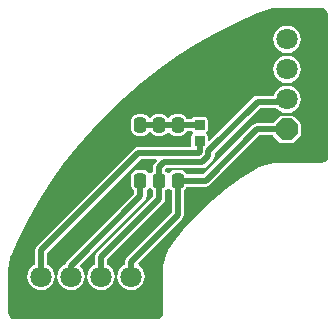
<source format=gbl>
G04 Layer_Physical_Order=2*
G04 Layer_Color=16711680*
%FSLAX44Y44*%
%MOMM*%
G71*
G01*
G75*
%ADD10R,0.8500X0.8500*%
G04:AMPARAMS|DCode=11|XSize=1.3mm|YSize=1mm|CornerRadius=0.25mm|HoleSize=0mm|Usage=FLASHONLY|Rotation=90.000|XOffset=0mm|YOffset=0mm|HoleType=Round|Shape=RoundedRectangle|*
%AMROUNDEDRECTD11*
21,1,1.3000,0.5000,0,0,90.0*
21,1,0.8000,1.0000,0,0,90.0*
1,1,0.5000,0.2500,0.4000*
1,1,0.5000,0.2500,-0.4000*
1,1,0.5000,-0.2500,-0.4000*
1,1,0.5000,-0.2500,0.4000*
%
%ADD11ROUNDEDRECTD11*%
%ADD12C,0.5000*%
%ADD13P,1.9483X8X112.5*%
%ADD14C,1.8000*%
G36*
X234500Y267583D02*
X267925D01*
X269133Y267553D01*
D01*
X270357Y267358D01*
X271841Y266743D01*
X273218Y265686D01*
X274275Y264309D01*
X274939Y262705D01*
X275086Y261595D01*
X275085Y260367D01*
X275085Y260367D01*
X275115Y259149D01*
X275115Y258768D01*
Y143545D01*
X275115Y142500D01*
X275126Y142296D01*
X275005Y141094D01*
X274753Y139824D01*
X273520Y137980D01*
X271676Y136747D01*
X269852Y136385D01*
X235000D01*
X234988Y136395D01*
X234987Y136404D01*
X228814Y135999D01*
X222593Y134762D01*
X217927Y133178D01*
X217788Y133150D01*
X217787Y133150D01*
X217686Y133130D01*
X217463Y132981D01*
X217305Y132899D01*
X216710Y132580D01*
X214014Y131139D01*
X201134Y123130D01*
X188806Y114296D01*
X177082Y104675D01*
X166013Y94307D01*
X155645Y83237D01*
X146024Y71514D01*
X139339Y62186D01*
X139366Y62167D01*
X138911Y61487D01*
X138884Y61350D01*
X138464Y60498D01*
X136596Y54996D01*
X135463Y49298D01*
X135083Y43500D01*
X135140Y42624D01*
X135115Y42500D01*
Y11045D01*
X135115Y10000D01*
X135126Y9796D01*
X135005Y8594D01*
X134753Y7324D01*
X133520Y5480D01*
X131676Y4247D01*
X129852Y3885D01*
X10000D01*
X9833Y3851D01*
X7634Y4289D01*
X5629Y5629D01*
X4289Y7634D01*
X3851Y9833D01*
X3885Y10000D01*
Y42337D01*
X3885Y43500D01*
X3883Y43596D01*
X3840Y44860D01*
X4263Y50239D01*
X5607Y55837D01*
X6608Y58255D01*
X7103Y59418D01*
X7103D01*
X7103Y59418D01*
X11522Y69388D01*
X20119Y86467D01*
X29543Y103104D01*
X39773Y119258D01*
X50783Y134891D01*
X62547Y149965D01*
X75036Y164443D01*
X88220Y178291D01*
X102069Y191476D01*
X116547Y203965D01*
X131621Y215728D01*
X147254Y226738D01*
X163408Y236968D01*
X180044Y246392D01*
X197124Y254989D01*
X214604Y262738D01*
X220074Y264848D01*
X220078Y264846D01*
X220078Y264846D01*
X222047Y265662D01*
X228267Y267155D01*
X234276Y267628D01*
X234500Y267583D01*
D02*
G37*
%LPC*%
G36*
X240000Y201640D02*
X236987Y201243D01*
X234180Y200080D01*
X231770Y198230D01*
X229920Y195820D01*
X228809Y193139D01*
X215128D01*
X213161Y192748D01*
X211494Y191634D01*
X174013Y154153D01*
X172840Y154639D01*
Y158750D01*
X172643Y159741D01*
X172081Y160581D01*
X171796Y160772D01*
Y162229D01*
X172081Y162419D01*
X172643Y163259D01*
X172840Y164250D01*
Y172750D01*
X172643Y173741D01*
X172081Y174581D01*
X171241Y175143D01*
X170250Y175340D01*
X161750D01*
X160759Y175143D01*
X159919Y174581D01*
X159357Y173741D01*
X159337Y173639D01*
X154862D01*
X154748Y174216D01*
X153634Y175884D01*
X151966Y176998D01*
X150000Y177389D01*
X145000D01*
X143034Y176998D01*
X141366Y175884D01*
X140283Y174263D01*
X139984Y174216D01*
X139266D01*
X138967Y174263D01*
X137884Y175884D01*
X136216Y176998D01*
X134250Y177389D01*
X129250D01*
X127283Y176998D01*
X125616Y175884D01*
X124533Y174263D01*
X124234Y174216D01*
X123516D01*
X123217Y174263D01*
X122134Y175884D01*
X120466Y176998D01*
X118500Y177389D01*
X113500D01*
X111533Y176998D01*
X109866Y175884D01*
X108752Y174216D01*
X108361Y172250D01*
Y164250D01*
X108752Y162283D01*
X109866Y160616D01*
X111533Y159502D01*
X113500Y159111D01*
X118500D01*
X120466Y159502D01*
X122134Y160616D01*
X123217Y162237D01*
X123516Y162283D01*
X124234D01*
X124533Y162237D01*
X125616Y160616D01*
X127283Y159502D01*
X129250Y159111D01*
X134250D01*
X136216Y159502D01*
X137884Y160616D01*
X138967Y162237D01*
X139266Y162283D01*
X139984D01*
X140283Y162237D01*
X141366Y160616D01*
X143034Y159502D01*
X145000Y159111D01*
X150000D01*
X151966Y159502D01*
X153634Y160616D01*
X154748Y162283D01*
X154962Y163361D01*
X159337D01*
X159357Y163259D01*
X159919Y162419D01*
X160203Y162229D01*
Y160772D01*
X159919Y160581D01*
X159357Y159741D01*
X159160Y158750D01*
Y150250D01*
X158659Y149639D01*
X114000D01*
X112034Y149248D01*
X110366Y148134D01*
X28266Y66034D01*
X27152Y64366D01*
X26761Y62400D01*
Y50362D01*
X26080Y50080D01*
X23670Y48230D01*
X21820Y45820D01*
X20657Y43012D01*
X20261Y40000D01*
X20657Y36988D01*
X21820Y34180D01*
X23670Y31770D01*
X26080Y29920D01*
X28888Y28757D01*
X31900Y28360D01*
X34913Y28757D01*
X37720Y29920D01*
X40130Y31770D01*
X41980Y34180D01*
X43143Y36988D01*
X43540Y40000D01*
X43143Y43012D01*
X41980Y45820D01*
X40130Y48230D01*
X37720Y50080D01*
X37039Y50362D01*
Y60272D01*
X116129Y139361D01*
X129435D01*
X129921Y138188D01*
X128116Y136384D01*
X127002Y134717D01*
X126611Y132750D01*
Y129548D01*
X125616Y128884D01*
X124533Y127263D01*
X124234Y127217D01*
X123516D01*
X123217Y127263D01*
X122134Y128884D01*
X120466Y129998D01*
X118500Y130389D01*
X113500D01*
X111533Y129998D01*
X109866Y128884D01*
X108752Y127217D01*
X108361Y125250D01*
Y117250D01*
X108752Y115283D01*
X109866Y113616D01*
X110861Y112952D01*
Y110128D01*
X53666Y52934D01*
X52552Y51266D01*
X52392Y50458D01*
X51480Y50080D01*
X49070Y48230D01*
X47220Y45820D01*
X46057Y43012D01*
X45661Y40000D01*
X46057Y36988D01*
X47220Y34180D01*
X49070Y31770D01*
X51480Y29920D01*
X54288Y28757D01*
X57300Y28360D01*
X60313Y28757D01*
X63120Y29920D01*
X65530Y31770D01*
X67380Y34180D01*
X68543Y36988D01*
X68940Y40000D01*
X68543Y43012D01*
X67380Y45820D01*
X65530Y48230D01*
X65144Y48527D01*
X65061Y49794D01*
X119634Y104366D01*
X120748Y106033D01*
X121139Y108000D01*
Y112952D01*
X122134Y113616D01*
X123217Y115237D01*
X123516Y115283D01*
X124234D01*
X124533Y115237D01*
X125616Y113616D01*
X126611Y112952D01*
Y107879D01*
X79066Y60334D01*
X77952Y58667D01*
X77561Y56700D01*
Y50362D01*
X76880Y50080D01*
X74470Y48230D01*
X72620Y45820D01*
X71457Y43012D01*
X71061Y40000D01*
X71457Y36988D01*
X72620Y34180D01*
X74470Y31770D01*
X76880Y29920D01*
X79688Y28757D01*
X82700Y28360D01*
X85713Y28757D01*
X88520Y29920D01*
X90930Y31770D01*
X92780Y34180D01*
X93943Y36988D01*
X94340Y40000D01*
X93943Y43012D01*
X92780Y45820D01*
X90930Y48230D01*
X88520Y50080D01*
X87839Y50362D01*
Y54571D01*
X135384Y102116D01*
X136498Y103784D01*
X136889Y105750D01*
Y112952D01*
X137884Y113616D01*
X138967Y115237D01*
X139266Y115283D01*
X139984D01*
X140283Y115237D01*
X141366Y113616D01*
X142361Y112952D01*
Y94129D01*
X104466Y56234D01*
X103352Y54566D01*
X102961Y52600D01*
Y50362D01*
X102280Y50080D01*
X99870Y48230D01*
X98020Y45820D01*
X96857Y43012D01*
X96461Y40000D01*
X96857Y36988D01*
X98020Y34180D01*
X99870Y31770D01*
X102280Y29920D01*
X105087Y28757D01*
X108100Y28360D01*
X111113Y28757D01*
X113920Y29920D01*
X116330Y31770D01*
X118180Y34180D01*
X119343Y36988D01*
X119740Y40000D01*
X119343Y43012D01*
X118180Y45820D01*
X116330Y48230D01*
X114329Y49766D01*
X114078Y51033D01*
X114134Y51366D01*
X151134Y88366D01*
X152248Y90034D01*
X152639Y92000D01*
Y112952D01*
X153634Y113616D01*
X154748Y115283D01*
X154912Y116111D01*
X171250D01*
X173216Y116502D01*
X174884Y117616D01*
X216728Y159461D01*
X228537D01*
X228607Y159109D01*
X229169Y158269D01*
X233669Y153769D01*
X234509Y153207D01*
X235500Y153010D01*
X244500D01*
X245491Y153207D01*
X246331Y153769D01*
X250831Y158269D01*
X251393Y159109D01*
X251590Y160100D01*
Y169100D01*
X251393Y170091D01*
X250831Y170931D01*
X246331Y175431D01*
X245491Y175993D01*
X244500Y176190D01*
X235500D01*
X234509Y175993D01*
X233669Y175431D01*
X229169Y170931D01*
X228607Y170091D01*
X228537Y169739D01*
X214600D01*
X212633Y169348D01*
X210966Y168234D01*
X169121Y126389D01*
X154912D01*
X154748Y127217D01*
X153634Y128884D01*
X151966Y129998D01*
X150000Y130389D01*
X145000D01*
X143034Y129998D01*
X141366Y128884D01*
X140283Y127263D01*
X139984Y127217D01*
X139266D01*
X138967Y127263D01*
X137884Y128884D01*
X137071Y129427D01*
X136992Y130724D01*
X138089Y131821D01*
X168413D01*
X170380Y132212D01*
X172047Y133326D01*
X177174Y138453D01*
X178288Y140120D01*
X178679Y142087D01*
Y144284D01*
X217256Y182861D01*
X230932D01*
X231770Y181770D01*
X234180Y179920D01*
X236987Y178757D01*
X240000Y178361D01*
X243013Y178757D01*
X245820Y179920D01*
X248230Y181770D01*
X250080Y184180D01*
X251243Y186987D01*
X251640Y190000D01*
X251243Y193013D01*
X250080Y195820D01*
X248230Y198230D01*
X245820Y200080D01*
X243013Y201243D01*
X240000Y201640D01*
D02*
G37*
G36*
Y227040D02*
X236987Y226643D01*
X234180Y225480D01*
X231770Y223630D01*
X229920Y221220D01*
X228757Y218412D01*
X228361Y215400D01*
X228757Y212388D01*
X229920Y209580D01*
X231770Y207170D01*
X234180Y205320D01*
X236987Y204157D01*
X240000Y203761D01*
X243013Y204157D01*
X245820Y205320D01*
X248230Y207170D01*
X250080Y209580D01*
X251243Y212388D01*
X251640Y215400D01*
X251243Y218412D01*
X250080Y221220D01*
X248230Y223630D01*
X245820Y225480D01*
X243013Y226643D01*
X240000Y227040D01*
D02*
G37*
G36*
Y252440D02*
X236987Y252043D01*
X234180Y250880D01*
X231770Y249030D01*
X229920Y246620D01*
X228757Y243813D01*
X228361Y240800D01*
X228757Y237787D01*
X229920Y234980D01*
X231770Y232570D01*
X234180Y230720D01*
X236987Y229557D01*
X240000Y229160D01*
X243013Y229557D01*
X245820Y230720D01*
X248230Y232570D01*
X250080Y234980D01*
X251243Y237787D01*
X251640Y240800D01*
X251243Y243813D01*
X250080Y246620D01*
X248230Y249030D01*
X245820Y250880D01*
X243013Y252043D01*
X240000Y252440D01*
D02*
G37*
%LPD*%
D10*
X166000Y154500D02*
D03*
Y168500D02*
D03*
D11*
X147500Y121250D02*
D03*
X131750D02*
D03*
X116000D02*
D03*
Y168250D02*
D03*
X131750D02*
D03*
X147500D02*
D03*
D12*
X108100Y40000D02*
Y52600D01*
X147500Y92000D01*
Y121250D01*
X131750Y105750D02*
Y121250D01*
X82700Y56700D02*
X131750Y105750D01*
X82700Y40000D02*
Y56700D01*
X116000Y108000D02*
Y121250D01*
X57300Y49300D02*
X116000Y108000D01*
X57300Y40000D02*
Y49300D01*
X116000Y168250D02*
X116250Y168500D01*
X31900Y40000D02*
Y62400D01*
X114000Y144500D01*
X165290D01*
X166000Y145210D02*
Y154500D01*
X165290Y144500D02*
X166000Y145210D01*
X147500Y121250D02*
X171250D01*
X214600Y164600D01*
X240000D01*
X131750Y121250D02*
Y132750D01*
X135960Y136960D01*
X168413D01*
X173540Y142087D01*
Y146412D01*
X215128Y188000D01*
X238000D01*
X240000Y190000D01*
X116250Y168500D02*
X166000D01*
D13*
X240000Y164600D02*
D03*
D14*
Y190000D02*
D03*
Y215400D02*
D03*
Y240800D02*
D03*
X108100Y40000D02*
D03*
X31900D02*
D03*
X57300D02*
D03*
X82700D02*
D03*
M02*

</source>
